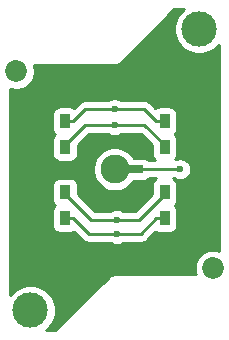
<source format=gbr>
G04 #@! TF.GenerationSoftware,KiCad,Pcbnew,(5.1.4-0-10_14)*
G04 #@! TF.CreationDate,2019-11-06T07:52:38+01:00*
G04 #@! TF.ProjectId,sq_indicator,73715f69-6e64-4696-9361-746f722e6b69,rev?*
G04 #@! TF.SameCoordinates,Original*
G04 #@! TF.FileFunction,Copper,L1,Top*
G04 #@! TF.FilePolarity,Positive*
%FSLAX46Y46*%
G04 Gerber Fmt 4.6, Leading zero omitted, Abs format (unit mm)*
G04 Created by KiCad (PCBNEW (5.1.4-0-10_14)) date 2019-11-06 07:52:38*
%MOMM*%
%LPD*%
G04 APERTURE LIST*
%ADD10C,0.600000*%
%ADD11C,3.000000*%
%ADD12C,1.850000*%
%ADD13R,0.900000X1.200000*%
%ADD14C,0.867506*%
%ADD15C,0.100000*%
%ADD16R,1.090000X0.608000*%
%ADD17R,3.920000X1.090000*%
%ADD18C,2.450000*%
%ADD19R,2.450000X0.640000*%
%ADD20R,1.090000X3.920000*%
%ADD21C,0.250000*%
%ADD22C,0.254000*%
G04 APERTURE END LIST*
D10*
X167449533Y-85168539D03*
D11*
X160436013Y-104313519D03*
X174716013Y-80503519D03*
D12*
X159246013Y-84083519D03*
X175898013Y-100729519D03*
D13*
X163364533Y-88288538D03*
X163364533Y-90488538D03*
X171794533Y-88288538D03*
X171794533Y-90488538D03*
X163364533Y-96518538D03*
X163364533Y-94318538D03*
X171794533Y-96518538D03*
X171794533Y-94318538D03*
D14*
X169719533Y-94778539D03*
D15*
G36*
X170532033Y-94233539D02*
G01*
X169907033Y-95323539D01*
X169532033Y-95323539D01*
X168907033Y-94233539D01*
X170532033Y-94233539D01*
X170532033Y-94233539D01*
G37*
D14*
X165419533Y-94778539D03*
D15*
G36*
X166232033Y-94233539D02*
G01*
X165607033Y-95323539D01*
X165232033Y-95323539D01*
X164607033Y-94233539D01*
X166232033Y-94233539D01*
X166232033Y-94233539D01*
G37*
D14*
X169719533Y-89978539D03*
D15*
G36*
X168907033Y-90523539D02*
G01*
X169532033Y-89433539D01*
X169907033Y-89433539D01*
X170532033Y-90523539D01*
X168907033Y-90523539D01*
X168907033Y-90523539D01*
G37*
D16*
X169969533Y-93978539D03*
D17*
X167569533Y-89963539D03*
D18*
X167569533Y-92378539D03*
D19*
X168819533Y-92378539D03*
D17*
X167569533Y-94793539D03*
D20*
X165154533Y-92378539D03*
D16*
X169969533Y-90778539D03*
D14*
X165419533Y-89928539D03*
D15*
G36*
X164607033Y-90473539D02*
G01*
X165232033Y-89383539D01*
X165607033Y-89383539D01*
X166232033Y-90473539D01*
X164607033Y-90473539D01*
X164607033Y-90473539D01*
G37*
D10*
X167699533Y-99768539D03*
X167562958Y-87279489D03*
X167562956Y-88628136D03*
X173099533Y-92368539D03*
X167746659Y-96664049D03*
X167760873Y-97852261D03*
D21*
X167987222Y-87279489D02*
X167562958Y-87279489D01*
X171794533Y-88288538D02*
X171094533Y-88288538D01*
X164064533Y-88288538D02*
X165073582Y-87279489D01*
X170085484Y-87279489D02*
X167987222Y-87279489D01*
X171094533Y-88288538D02*
X170085484Y-87279489D01*
X167138694Y-87279489D02*
X167562958Y-87279489D01*
X165073582Y-87279489D02*
X167138694Y-87279489D01*
X163364533Y-88288538D02*
X164064533Y-88288538D01*
X167138692Y-88628136D02*
X167562956Y-88628136D01*
X165074935Y-88628136D02*
X167138692Y-88628136D01*
X163364533Y-90488538D02*
X163364533Y-90338538D01*
X167987220Y-88628136D02*
X167562956Y-88628136D01*
X171794533Y-90338538D02*
X170084131Y-88628136D01*
X171794533Y-90488538D02*
X171794533Y-90338538D01*
X170084131Y-88628136D02*
X167987220Y-88628136D01*
X163364533Y-90338538D02*
X165074935Y-88628136D01*
X168819533Y-92378539D02*
X173089533Y-92378539D01*
X173089533Y-92378539D02*
X173099533Y-92368539D01*
X167569533Y-92378539D02*
X168819533Y-92378539D01*
X171794533Y-94318538D02*
X171794533Y-94468538D01*
X165560044Y-96664049D02*
X167322395Y-96664049D01*
X168170923Y-96664049D02*
X167746659Y-96664049D01*
X163364533Y-94468538D02*
X165560044Y-96664049D01*
X171794533Y-94468538D02*
X169599022Y-96664049D01*
X163364533Y-94318538D02*
X163364533Y-94468538D01*
X167322395Y-96664049D02*
X167746659Y-96664049D01*
X169599022Y-96664049D02*
X168170923Y-96664049D01*
X167336609Y-97852261D02*
X167760873Y-97852261D01*
X165398256Y-97852261D02*
X167336609Y-97852261D01*
X164064533Y-96518538D02*
X165398256Y-97852261D01*
X163364533Y-96518538D02*
X164064533Y-96518538D01*
X169760810Y-97852261D02*
X168185137Y-97852261D01*
X171094533Y-96518538D02*
X169760810Y-97852261D01*
X171794533Y-96518538D02*
X171094533Y-96518538D01*
X168185137Y-97852261D02*
X167760873Y-97852261D01*
D22*
G36*
X173355030Y-78845156D02*
G01*
X173057650Y-79142536D01*
X172824001Y-79492217D01*
X172663060Y-79880763D01*
X172581013Y-80293240D01*
X172581013Y-80713798D01*
X172663060Y-81126275D01*
X172824001Y-81514821D01*
X173057650Y-81864502D01*
X173355030Y-82161882D01*
X173704711Y-82395531D01*
X174093257Y-82556472D01*
X174505734Y-82638519D01*
X174926292Y-82638519D01*
X175338769Y-82556472D01*
X175727315Y-82395531D01*
X176076996Y-82161882D01*
X176374376Y-81864502D01*
X176414533Y-81804402D01*
X176414534Y-99254937D01*
X176353048Y-99229469D01*
X176051660Y-99169519D01*
X175744366Y-99169519D01*
X175442978Y-99229469D01*
X175159076Y-99347065D01*
X174903571Y-99517788D01*
X174686282Y-99735077D01*
X174515559Y-99990582D01*
X174397963Y-100274484D01*
X174338013Y-100575872D01*
X174338013Y-100883166D01*
X174397963Y-101184554D01*
X174423431Y-101246039D01*
X167608172Y-101246039D01*
X167574532Y-101242726D01*
X167540893Y-101246039D01*
X167540886Y-101246039D01*
X167453299Y-101254666D01*
X167440249Y-101255951D01*
X167401080Y-101267833D01*
X167311127Y-101295120D01*
X167192126Y-101358727D01*
X167155770Y-101388564D01*
X167113956Y-101422879D01*
X167113950Y-101422885D01*
X167087822Y-101444328D01*
X167066379Y-101470456D01*
X162528297Y-106008539D01*
X161742135Y-106008539D01*
X161796996Y-105971882D01*
X162094376Y-105674502D01*
X162328025Y-105324821D01*
X162488966Y-104936275D01*
X162571013Y-104523798D01*
X162571013Y-104103240D01*
X162488966Y-103690763D01*
X162328025Y-103302217D01*
X162094376Y-102952536D01*
X161796996Y-102655156D01*
X161447315Y-102421507D01*
X161058769Y-102260566D01*
X160646292Y-102178519D01*
X160225734Y-102178519D01*
X159813257Y-102260566D01*
X159424711Y-102421507D01*
X159075030Y-102655156D01*
X158777650Y-102952536D01*
X158734533Y-103017065D01*
X158734533Y-87688538D01*
X162276461Y-87688538D01*
X162276461Y-88888538D01*
X162288721Y-89013020D01*
X162325031Y-89132718D01*
X162383996Y-89243032D01*
X162463348Y-89339723D01*
X162522829Y-89388538D01*
X162463348Y-89437353D01*
X162383996Y-89534044D01*
X162325031Y-89644358D01*
X162288721Y-89764056D01*
X162276461Y-89888538D01*
X162276461Y-91088538D01*
X162288721Y-91213020D01*
X162325031Y-91332718D01*
X162383996Y-91443032D01*
X162463348Y-91539723D01*
X162560039Y-91619075D01*
X162670353Y-91678040D01*
X162790051Y-91714350D01*
X162914533Y-91726610D01*
X163814533Y-91726610D01*
X163939015Y-91714350D01*
X164058713Y-91678040D01*
X164169027Y-91619075D01*
X164265718Y-91539723D01*
X164345070Y-91443032D01*
X164404035Y-91332718D01*
X164440345Y-91213020D01*
X164452605Y-91088538D01*
X164452605Y-90325267D01*
X165389737Y-89388136D01*
X167017421Y-89388136D01*
X167120067Y-89456722D01*
X167290227Y-89527204D01*
X167470867Y-89563136D01*
X167655045Y-89563136D01*
X167835685Y-89527204D01*
X168005845Y-89456722D01*
X168108491Y-89388136D01*
X169769330Y-89388136D01*
X170706461Y-90325268D01*
X170706461Y-91088538D01*
X170718721Y-91213020D01*
X170755031Y-91332718D01*
X170813996Y-91443032D01*
X170893348Y-91539723D01*
X170989386Y-91618539D01*
X170504897Y-91618539D01*
X170495718Y-91607354D01*
X170399027Y-91528002D01*
X170288713Y-91469037D01*
X170169015Y-91432727D01*
X170044533Y-91420467D01*
X169166374Y-91420467D01*
X169014290Y-91192858D01*
X168755214Y-90933782D01*
X168450574Y-90730228D01*
X168112075Y-90590018D01*
X167752727Y-90518539D01*
X167386339Y-90518539D01*
X167026991Y-90590018D01*
X166688492Y-90730228D01*
X166383852Y-90933782D01*
X166124776Y-91192858D01*
X165921222Y-91497498D01*
X165781012Y-91835997D01*
X165709533Y-92195345D01*
X165709533Y-92561733D01*
X165781012Y-92921081D01*
X165921222Y-93259580D01*
X166124776Y-93564220D01*
X166383852Y-93823296D01*
X166688492Y-94026850D01*
X167026991Y-94167060D01*
X167386339Y-94238539D01*
X167752727Y-94238539D01*
X168112075Y-94167060D01*
X168450574Y-94026850D01*
X168755214Y-93823296D01*
X169014290Y-93564220D01*
X169166374Y-93336611D01*
X170044533Y-93336611D01*
X170169015Y-93324351D01*
X170288713Y-93288041D01*
X170399027Y-93229076D01*
X170495718Y-93149724D01*
X170504897Y-93138539D01*
X171082574Y-93138539D01*
X170990039Y-93188001D01*
X170893348Y-93267353D01*
X170813996Y-93364044D01*
X170755031Y-93474358D01*
X170718721Y-93594056D01*
X170706461Y-93718538D01*
X170706461Y-94481808D01*
X169284221Y-95904049D01*
X168292194Y-95904049D01*
X168189548Y-95835463D01*
X168019388Y-95764981D01*
X167838748Y-95729049D01*
X167654570Y-95729049D01*
X167473930Y-95764981D01*
X167303770Y-95835463D01*
X167201124Y-95904049D01*
X165874847Y-95904049D01*
X164452605Y-94481808D01*
X164452605Y-93718538D01*
X164440345Y-93594056D01*
X164404035Y-93474358D01*
X164345070Y-93364044D01*
X164265718Y-93267353D01*
X164169027Y-93188001D01*
X164058713Y-93129036D01*
X163939015Y-93092726D01*
X163814533Y-93080466D01*
X162914533Y-93080466D01*
X162790051Y-93092726D01*
X162670353Y-93129036D01*
X162560039Y-93188001D01*
X162463348Y-93267353D01*
X162383996Y-93364044D01*
X162325031Y-93474358D01*
X162288721Y-93594056D01*
X162276461Y-93718538D01*
X162276461Y-94918538D01*
X162288721Y-95043020D01*
X162325031Y-95162718D01*
X162383996Y-95273032D01*
X162463348Y-95369723D01*
X162522829Y-95418538D01*
X162463348Y-95467353D01*
X162383996Y-95564044D01*
X162325031Y-95674358D01*
X162288721Y-95794056D01*
X162276461Y-95918538D01*
X162276461Y-97118538D01*
X162288721Y-97243020D01*
X162325031Y-97362718D01*
X162383996Y-97473032D01*
X162463348Y-97569723D01*
X162560039Y-97649075D01*
X162670353Y-97708040D01*
X162790051Y-97744350D01*
X162914533Y-97756610D01*
X163814533Y-97756610D01*
X163939015Y-97744350D01*
X164058713Y-97708040D01*
X164137253Y-97666059D01*
X164834457Y-98363264D01*
X164858255Y-98392262D01*
X164887253Y-98416060D01*
X164973979Y-98487235D01*
X165106009Y-98557807D01*
X165249270Y-98601264D01*
X165360923Y-98612261D01*
X165360932Y-98612261D01*
X165398255Y-98615937D01*
X165435578Y-98612261D01*
X167215338Y-98612261D01*
X167317984Y-98680847D01*
X167488144Y-98751329D01*
X167668784Y-98787261D01*
X167852962Y-98787261D01*
X168033602Y-98751329D01*
X168203762Y-98680847D01*
X168306408Y-98612261D01*
X169723488Y-98612261D01*
X169760810Y-98615937D01*
X169798132Y-98612261D01*
X169798143Y-98612261D01*
X169909796Y-98601264D01*
X170053057Y-98557807D01*
X170185086Y-98487235D01*
X170300811Y-98392262D01*
X170324614Y-98363258D01*
X171021813Y-97666059D01*
X171100353Y-97708040D01*
X171220051Y-97744350D01*
X171344533Y-97756610D01*
X172244533Y-97756610D01*
X172369015Y-97744350D01*
X172488713Y-97708040D01*
X172599027Y-97649075D01*
X172695718Y-97569723D01*
X172775070Y-97473032D01*
X172834035Y-97362718D01*
X172870345Y-97243020D01*
X172882605Y-97118538D01*
X172882605Y-95918538D01*
X172870345Y-95794056D01*
X172834035Y-95674358D01*
X172775070Y-95564044D01*
X172695718Y-95467353D01*
X172636237Y-95418538D01*
X172695718Y-95369723D01*
X172775070Y-95273032D01*
X172834035Y-95162718D01*
X172870345Y-95043020D01*
X172882605Y-94918538D01*
X172882605Y-93718538D01*
X172870345Y-93594056D01*
X172834035Y-93474358D01*
X172775070Y-93364044D01*
X172695718Y-93267353D01*
X172599027Y-93188001D01*
X172506492Y-93138539D01*
X172568964Y-93138539D01*
X172656644Y-93197125D01*
X172826804Y-93267607D01*
X173007444Y-93303539D01*
X173191622Y-93303539D01*
X173372262Y-93267607D01*
X173542422Y-93197125D01*
X173695561Y-93094801D01*
X173825795Y-92964567D01*
X173928119Y-92811428D01*
X173998601Y-92641268D01*
X174034533Y-92460628D01*
X174034533Y-92276450D01*
X173998601Y-92095810D01*
X173928119Y-91925650D01*
X173825795Y-91772511D01*
X173695561Y-91642277D01*
X173542422Y-91539953D01*
X173372262Y-91469471D01*
X173191622Y-91433539D01*
X173007444Y-91433539D01*
X172826804Y-91469471D01*
X172715555Y-91515551D01*
X172775070Y-91443032D01*
X172834035Y-91332718D01*
X172870345Y-91213020D01*
X172882605Y-91088538D01*
X172882605Y-89888538D01*
X172870345Y-89764056D01*
X172834035Y-89644358D01*
X172775070Y-89534044D01*
X172695718Y-89437353D01*
X172636237Y-89388538D01*
X172695718Y-89339723D01*
X172775070Y-89243032D01*
X172834035Y-89132718D01*
X172870345Y-89013020D01*
X172882605Y-88888538D01*
X172882605Y-87688538D01*
X172870345Y-87564056D01*
X172834035Y-87444358D01*
X172775070Y-87334044D01*
X172695718Y-87237353D01*
X172599027Y-87158001D01*
X172488713Y-87099036D01*
X172369015Y-87062726D01*
X172244533Y-87050466D01*
X171344533Y-87050466D01*
X171220051Y-87062726D01*
X171100353Y-87099036D01*
X171021813Y-87141017D01*
X170649288Y-86768491D01*
X170625485Y-86739488D01*
X170509760Y-86644515D01*
X170377731Y-86573943D01*
X170234470Y-86530486D01*
X170122817Y-86519489D01*
X170122806Y-86519489D01*
X170085484Y-86515813D01*
X170048162Y-86519489D01*
X168108493Y-86519489D01*
X168005847Y-86450903D01*
X167835687Y-86380421D01*
X167655047Y-86344489D01*
X167470869Y-86344489D01*
X167290229Y-86380421D01*
X167120069Y-86450903D01*
X167017423Y-86519489D01*
X165110907Y-86519489D01*
X165073582Y-86515813D01*
X165036257Y-86519489D01*
X165036249Y-86519489D01*
X164924596Y-86530486D01*
X164781335Y-86573943D01*
X164649306Y-86644515D01*
X164533581Y-86739488D01*
X164509783Y-86768486D01*
X164137252Y-87141017D01*
X164058713Y-87099036D01*
X163939015Y-87062726D01*
X163814533Y-87050466D01*
X162914533Y-87050466D01*
X162790051Y-87062726D01*
X162670353Y-87099036D01*
X162560039Y-87158001D01*
X162463348Y-87237353D01*
X162383996Y-87334044D01*
X162325031Y-87444358D01*
X162288721Y-87564056D01*
X162276461Y-87688538D01*
X158734533Y-87688538D01*
X158734533Y-85560189D01*
X158790978Y-85583569D01*
X159092366Y-85643519D01*
X159399660Y-85643519D01*
X159701048Y-85583569D01*
X159984950Y-85465973D01*
X160240455Y-85295250D01*
X160457744Y-85077961D01*
X160628467Y-84822456D01*
X160746063Y-84538554D01*
X160806013Y-84237166D01*
X160806013Y-83929872D01*
X160746063Y-83628484D01*
X160720197Y-83566039D01*
X167540894Y-83566039D01*
X167574533Y-83569352D01*
X167608172Y-83566039D01*
X167608180Y-83566039D01*
X167708816Y-83556127D01*
X167837939Y-83516958D01*
X167956940Y-83453351D01*
X168061244Y-83367750D01*
X168082691Y-83341617D01*
X172620770Y-78803539D01*
X173417314Y-78803539D01*
X173355030Y-78845156D01*
X173355030Y-78845156D01*
G37*
X173355030Y-78845156D02*
X173057650Y-79142536D01*
X172824001Y-79492217D01*
X172663060Y-79880763D01*
X172581013Y-80293240D01*
X172581013Y-80713798D01*
X172663060Y-81126275D01*
X172824001Y-81514821D01*
X173057650Y-81864502D01*
X173355030Y-82161882D01*
X173704711Y-82395531D01*
X174093257Y-82556472D01*
X174505734Y-82638519D01*
X174926292Y-82638519D01*
X175338769Y-82556472D01*
X175727315Y-82395531D01*
X176076996Y-82161882D01*
X176374376Y-81864502D01*
X176414533Y-81804402D01*
X176414534Y-99254937D01*
X176353048Y-99229469D01*
X176051660Y-99169519D01*
X175744366Y-99169519D01*
X175442978Y-99229469D01*
X175159076Y-99347065D01*
X174903571Y-99517788D01*
X174686282Y-99735077D01*
X174515559Y-99990582D01*
X174397963Y-100274484D01*
X174338013Y-100575872D01*
X174338013Y-100883166D01*
X174397963Y-101184554D01*
X174423431Y-101246039D01*
X167608172Y-101246039D01*
X167574532Y-101242726D01*
X167540893Y-101246039D01*
X167540886Y-101246039D01*
X167453299Y-101254666D01*
X167440249Y-101255951D01*
X167401080Y-101267833D01*
X167311127Y-101295120D01*
X167192126Y-101358727D01*
X167155770Y-101388564D01*
X167113956Y-101422879D01*
X167113950Y-101422885D01*
X167087822Y-101444328D01*
X167066379Y-101470456D01*
X162528297Y-106008539D01*
X161742135Y-106008539D01*
X161796996Y-105971882D01*
X162094376Y-105674502D01*
X162328025Y-105324821D01*
X162488966Y-104936275D01*
X162571013Y-104523798D01*
X162571013Y-104103240D01*
X162488966Y-103690763D01*
X162328025Y-103302217D01*
X162094376Y-102952536D01*
X161796996Y-102655156D01*
X161447315Y-102421507D01*
X161058769Y-102260566D01*
X160646292Y-102178519D01*
X160225734Y-102178519D01*
X159813257Y-102260566D01*
X159424711Y-102421507D01*
X159075030Y-102655156D01*
X158777650Y-102952536D01*
X158734533Y-103017065D01*
X158734533Y-87688538D01*
X162276461Y-87688538D01*
X162276461Y-88888538D01*
X162288721Y-89013020D01*
X162325031Y-89132718D01*
X162383996Y-89243032D01*
X162463348Y-89339723D01*
X162522829Y-89388538D01*
X162463348Y-89437353D01*
X162383996Y-89534044D01*
X162325031Y-89644358D01*
X162288721Y-89764056D01*
X162276461Y-89888538D01*
X162276461Y-91088538D01*
X162288721Y-91213020D01*
X162325031Y-91332718D01*
X162383996Y-91443032D01*
X162463348Y-91539723D01*
X162560039Y-91619075D01*
X162670353Y-91678040D01*
X162790051Y-91714350D01*
X162914533Y-91726610D01*
X163814533Y-91726610D01*
X163939015Y-91714350D01*
X164058713Y-91678040D01*
X164169027Y-91619075D01*
X164265718Y-91539723D01*
X164345070Y-91443032D01*
X164404035Y-91332718D01*
X164440345Y-91213020D01*
X164452605Y-91088538D01*
X164452605Y-90325267D01*
X165389737Y-89388136D01*
X167017421Y-89388136D01*
X167120067Y-89456722D01*
X167290227Y-89527204D01*
X167470867Y-89563136D01*
X167655045Y-89563136D01*
X167835685Y-89527204D01*
X168005845Y-89456722D01*
X168108491Y-89388136D01*
X169769330Y-89388136D01*
X170706461Y-90325268D01*
X170706461Y-91088538D01*
X170718721Y-91213020D01*
X170755031Y-91332718D01*
X170813996Y-91443032D01*
X170893348Y-91539723D01*
X170989386Y-91618539D01*
X170504897Y-91618539D01*
X170495718Y-91607354D01*
X170399027Y-91528002D01*
X170288713Y-91469037D01*
X170169015Y-91432727D01*
X170044533Y-91420467D01*
X169166374Y-91420467D01*
X169014290Y-91192858D01*
X168755214Y-90933782D01*
X168450574Y-90730228D01*
X168112075Y-90590018D01*
X167752727Y-90518539D01*
X167386339Y-90518539D01*
X167026991Y-90590018D01*
X166688492Y-90730228D01*
X166383852Y-90933782D01*
X166124776Y-91192858D01*
X165921222Y-91497498D01*
X165781012Y-91835997D01*
X165709533Y-92195345D01*
X165709533Y-92561733D01*
X165781012Y-92921081D01*
X165921222Y-93259580D01*
X166124776Y-93564220D01*
X166383852Y-93823296D01*
X166688492Y-94026850D01*
X167026991Y-94167060D01*
X167386339Y-94238539D01*
X167752727Y-94238539D01*
X168112075Y-94167060D01*
X168450574Y-94026850D01*
X168755214Y-93823296D01*
X169014290Y-93564220D01*
X169166374Y-93336611D01*
X170044533Y-93336611D01*
X170169015Y-93324351D01*
X170288713Y-93288041D01*
X170399027Y-93229076D01*
X170495718Y-93149724D01*
X170504897Y-93138539D01*
X171082574Y-93138539D01*
X170990039Y-93188001D01*
X170893348Y-93267353D01*
X170813996Y-93364044D01*
X170755031Y-93474358D01*
X170718721Y-93594056D01*
X170706461Y-93718538D01*
X170706461Y-94481808D01*
X169284221Y-95904049D01*
X168292194Y-95904049D01*
X168189548Y-95835463D01*
X168019388Y-95764981D01*
X167838748Y-95729049D01*
X167654570Y-95729049D01*
X167473930Y-95764981D01*
X167303770Y-95835463D01*
X167201124Y-95904049D01*
X165874847Y-95904049D01*
X164452605Y-94481808D01*
X164452605Y-93718538D01*
X164440345Y-93594056D01*
X164404035Y-93474358D01*
X164345070Y-93364044D01*
X164265718Y-93267353D01*
X164169027Y-93188001D01*
X164058713Y-93129036D01*
X163939015Y-93092726D01*
X163814533Y-93080466D01*
X162914533Y-93080466D01*
X162790051Y-93092726D01*
X162670353Y-93129036D01*
X162560039Y-93188001D01*
X162463348Y-93267353D01*
X162383996Y-93364044D01*
X162325031Y-93474358D01*
X162288721Y-93594056D01*
X162276461Y-93718538D01*
X162276461Y-94918538D01*
X162288721Y-95043020D01*
X162325031Y-95162718D01*
X162383996Y-95273032D01*
X162463348Y-95369723D01*
X162522829Y-95418538D01*
X162463348Y-95467353D01*
X162383996Y-95564044D01*
X162325031Y-95674358D01*
X162288721Y-95794056D01*
X162276461Y-95918538D01*
X162276461Y-97118538D01*
X162288721Y-97243020D01*
X162325031Y-97362718D01*
X162383996Y-97473032D01*
X162463348Y-97569723D01*
X162560039Y-97649075D01*
X162670353Y-97708040D01*
X162790051Y-97744350D01*
X162914533Y-97756610D01*
X163814533Y-97756610D01*
X163939015Y-97744350D01*
X164058713Y-97708040D01*
X164137253Y-97666059D01*
X164834457Y-98363264D01*
X164858255Y-98392262D01*
X164887253Y-98416060D01*
X164973979Y-98487235D01*
X165106009Y-98557807D01*
X165249270Y-98601264D01*
X165360923Y-98612261D01*
X165360932Y-98612261D01*
X165398255Y-98615937D01*
X165435578Y-98612261D01*
X167215338Y-98612261D01*
X167317984Y-98680847D01*
X167488144Y-98751329D01*
X167668784Y-98787261D01*
X167852962Y-98787261D01*
X168033602Y-98751329D01*
X168203762Y-98680847D01*
X168306408Y-98612261D01*
X169723488Y-98612261D01*
X169760810Y-98615937D01*
X169798132Y-98612261D01*
X169798143Y-98612261D01*
X169909796Y-98601264D01*
X170053057Y-98557807D01*
X170185086Y-98487235D01*
X170300811Y-98392262D01*
X170324614Y-98363258D01*
X171021813Y-97666059D01*
X171100353Y-97708040D01*
X171220051Y-97744350D01*
X171344533Y-97756610D01*
X172244533Y-97756610D01*
X172369015Y-97744350D01*
X172488713Y-97708040D01*
X172599027Y-97649075D01*
X172695718Y-97569723D01*
X172775070Y-97473032D01*
X172834035Y-97362718D01*
X172870345Y-97243020D01*
X172882605Y-97118538D01*
X172882605Y-95918538D01*
X172870345Y-95794056D01*
X172834035Y-95674358D01*
X172775070Y-95564044D01*
X172695718Y-95467353D01*
X172636237Y-95418538D01*
X172695718Y-95369723D01*
X172775070Y-95273032D01*
X172834035Y-95162718D01*
X172870345Y-95043020D01*
X172882605Y-94918538D01*
X172882605Y-93718538D01*
X172870345Y-93594056D01*
X172834035Y-93474358D01*
X172775070Y-93364044D01*
X172695718Y-93267353D01*
X172599027Y-93188001D01*
X172506492Y-93138539D01*
X172568964Y-93138539D01*
X172656644Y-93197125D01*
X172826804Y-93267607D01*
X173007444Y-93303539D01*
X173191622Y-93303539D01*
X173372262Y-93267607D01*
X173542422Y-93197125D01*
X173695561Y-93094801D01*
X173825795Y-92964567D01*
X173928119Y-92811428D01*
X173998601Y-92641268D01*
X174034533Y-92460628D01*
X174034533Y-92276450D01*
X173998601Y-92095810D01*
X173928119Y-91925650D01*
X173825795Y-91772511D01*
X173695561Y-91642277D01*
X173542422Y-91539953D01*
X173372262Y-91469471D01*
X173191622Y-91433539D01*
X173007444Y-91433539D01*
X172826804Y-91469471D01*
X172715555Y-91515551D01*
X172775070Y-91443032D01*
X172834035Y-91332718D01*
X172870345Y-91213020D01*
X172882605Y-91088538D01*
X172882605Y-89888538D01*
X172870345Y-89764056D01*
X172834035Y-89644358D01*
X172775070Y-89534044D01*
X172695718Y-89437353D01*
X172636237Y-89388538D01*
X172695718Y-89339723D01*
X172775070Y-89243032D01*
X172834035Y-89132718D01*
X172870345Y-89013020D01*
X172882605Y-88888538D01*
X172882605Y-87688538D01*
X172870345Y-87564056D01*
X172834035Y-87444358D01*
X172775070Y-87334044D01*
X172695718Y-87237353D01*
X172599027Y-87158001D01*
X172488713Y-87099036D01*
X172369015Y-87062726D01*
X172244533Y-87050466D01*
X171344533Y-87050466D01*
X171220051Y-87062726D01*
X171100353Y-87099036D01*
X171021813Y-87141017D01*
X170649288Y-86768491D01*
X170625485Y-86739488D01*
X170509760Y-86644515D01*
X170377731Y-86573943D01*
X170234470Y-86530486D01*
X170122817Y-86519489D01*
X170122806Y-86519489D01*
X170085484Y-86515813D01*
X170048162Y-86519489D01*
X168108493Y-86519489D01*
X168005847Y-86450903D01*
X167835687Y-86380421D01*
X167655047Y-86344489D01*
X167470869Y-86344489D01*
X167290229Y-86380421D01*
X167120069Y-86450903D01*
X167017423Y-86519489D01*
X165110907Y-86519489D01*
X165073582Y-86515813D01*
X165036257Y-86519489D01*
X165036249Y-86519489D01*
X164924596Y-86530486D01*
X164781335Y-86573943D01*
X164649306Y-86644515D01*
X164533581Y-86739488D01*
X164509783Y-86768486D01*
X164137252Y-87141017D01*
X164058713Y-87099036D01*
X163939015Y-87062726D01*
X163814533Y-87050466D01*
X162914533Y-87050466D01*
X162790051Y-87062726D01*
X162670353Y-87099036D01*
X162560039Y-87158001D01*
X162463348Y-87237353D01*
X162383996Y-87334044D01*
X162325031Y-87444358D01*
X162288721Y-87564056D01*
X162276461Y-87688538D01*
X158734533Y-87688538D01*
X158734533Y-85560189D01*
X158790978Y-85583569D01*
X159092366Y-85643519D01*
X159399660Y-85643519D01*
X159701048Y-85583569D01*
X159984950Y-85465973D01*
X160240455Y-85295250D01*
X160457744Y-85077961D01*
X160628467Y-84822456D01*
X160746063Y-84538554D01*
X160806013Y-84237166D01*
X160806013Y-83929872D01*
X160746063Y-83628484D01*
X160720197Y-83566039D01*
X167540894Y-83566039D01*
X167574533Y-83569352D01*
X167608172Y-83566039D01*
X167608180Y-83566039D01*
X167708816Y-83556127D01*
X167837939Y-83516958D01*
X167956940Y-83453351D01*
X168061244Y-83367750D01*
X168082691Y-83341617D01*
X172620770Y-78803539D01*
X173417314Y-78803539D01*
X173355030Y-78845156D01*
M02*

</source>
